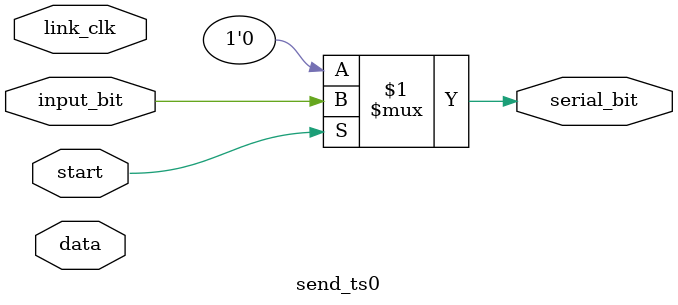
<source format=v>
module send_ts0(start,data,input_bit,serial_bit,link_clk);


input start;
input [143:0] data;
input link_clk;
output serial_bit;
input input_bit;

reg bit_reg;
reg enable_serial_bit;
reg [143:0] data_reg;

assign serial_bit= start ? input_bit : 1'b0;

/*
initial begin
enable_serial_bit=0;
end


always@(posedge link_clk) 
begin
 if ( start ) begin
   enable_serial_bit=1;
   data_reg = data;
 end

 if ( (start || enable_serial_bit) && ( data[143:0] !== 144'h0) ) 
 begin
   bit_reg=data_reg[143];
   data_reg[143:0]={data_reg[142:0],1'b0};
 end

  if ( data[143:0] == 144'h0)
   enable_serial_bit=0;

end
*/

endmodule

</source>
